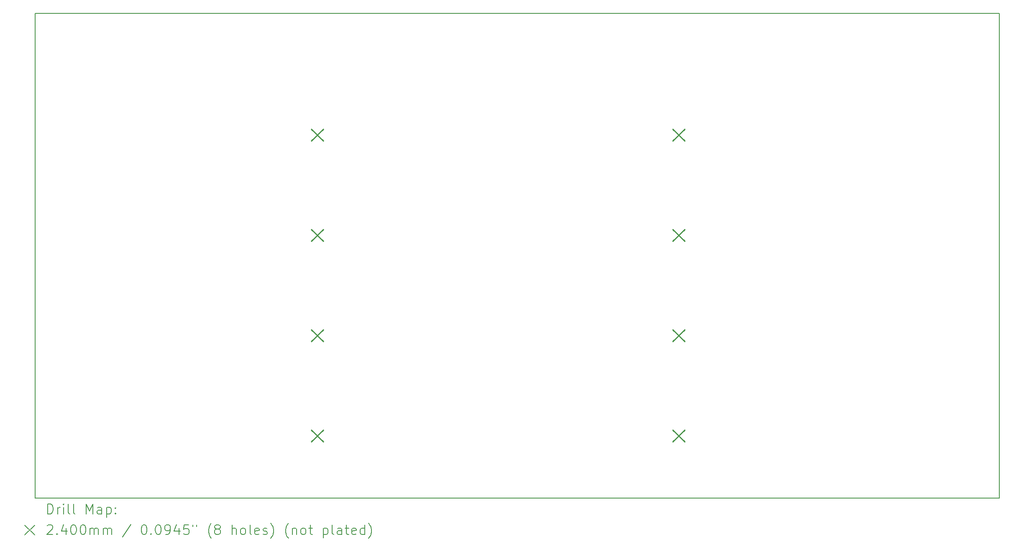
<source format=gbr>
%TF.GenerationSoftware,KiCad,Pcbnew,7.0.10+dfsg-1*%
%TF.CreationDate,2024-02-25T05:42:05-05:00*%
%TF.ProjectId,BB816-MATX-minimal,42423831-362d-44d4-9154-582d6d696e69,rev?*%
%TF.SameCoordinates,Original*%
%TF.FileFunction,Drillmap*%
%TF.FilePolarity,Positive*%
%FSLAX45Y45*%
G04 Gerber Fmt 4.5, Leading zero omitted, Abs format (unit mm)*
G04 Created by KiCad (PCBNEW 7.0.10+dfsg-1) date 2024-02-25 05:42:05*
%MOMM*%
%LPD*%
G01*
G04 APERTURE LIST*
%ADD10C,0.150000*%
%ADD11C,0.200000*%
%ADD12C,0.240000*%
G04 APERTURE END LIST*
D10*
X3810000Y-25871000D02*
X3810000Y-16049000D01*
X3810000Y-16049000D02*
X23326000Y-16049000D01*
X23326000Y-25871000D02*
X23326000Y-16049000D01*
X3810000Y-25871000D02*
X23326000Y-25871000D01*
D11*
D12*
X9399920Y-18391520D02*
X9639920Y-18631520D01*
X9639920Y-18391520D02*
X9399920Y-18631520D01*
X9399920Y-20423520D02*
X9639920Y-20663520D01*
X9639920Y-20423520D02*
X9399920Y-20663520D01*
X9399920Y-22455520D02*
X9639920Y-22695520D01*
X9639920Y-22455520D02*
X9399920Y-22695520D01*
X9399920Y-24487520D02*
X9639920Y-24727520D01*
X9639920Y-24487520D02*
X9399920Y-24727520D01*
X16714920Y-18391520D02*
X16954920Y-18631520D01*
X16954920Y-18391520D02*
X16714920Y-18631520D01*
X16714920Y-20423520D02*
X16954920Y-20663520D01*
X16954920Y-20423520D02*
X16714920Y-20663520D01*
X16714920Y-22455520D02*
X16954920Y-22695520D01*
X16954920Y-22455520D02*
X16714920Y-22695520D01*
X16714920Y-24487520D02*
X16954920Y-24727520D01*
X16954920Y-24487520D02*
X16714920Y-24727520D01*
D11*
X4063277Y-26189984D02*
X4063277Y-25989984D01*
X4063277Y-25989984D02*
X4110896Y-25989984D01*
X4110896Y-25989984D02*
X4139467Y-25999508D01*
X4139467Y-25999508D02*
X4158515Y-26018555D01*
X4158515Y-26018555D02*
X4168039Y-26037603D01*
X4168039Y-26037603D02*
X4177562Y-26075698D01*
X4177562Y-26075698D02*
X4177562Y-26104269D01*
X4177562Y-26104269D02*
X4168039Y-26142365D01*
X4168039Y-26142365D02*
X4158515Y-26161412D01*
X4158515Y-26161412D02*
X4139467Y-26180460D01*
X4139467Y-26180460D02*
X4110896Y-26189984D01*
X4110896Y-26189984D02*
X4063277Y-26189984D01*
X4263277Y-26189984D02*
X4263277Y-26056650D01*
X4263277Y-26094746D02*
X4272801Y-26075698D01*
X4272801Y-26075698D02*
X4282324Y-26066174D01*
X4282324Y-26066174D02*
X4301372Y-26056650D01*
X4301372Y-26056650D02*
X4320420Y-26056650D01*
X4387086Y-26189984D02*
X4387086Y-26056650D01*
X4387086Y-25989984D02*
X4377563Y-25999508D01*
X4377563Y-25999508D02*
X4387086Y-26009031D01*
X4387086Y-26009031D02*
X4396610Y-25999508D01*
X4396610Y-25999508D02*
X4387086Y-25989984D01*
X4387086Y-25989984D02*
X4387086Y-26009031D01*
X4510896Y-26189984D02*
X4491848Y-26180460D01*
X4491848Y-26180460D02*
X4482324Y-26161412D01*
X4482324Y-26161412D02*
X4482324Y-25989984D01*
X4615658Y-26189984D02*
X4596610Y-26180460D01*
X4596610Y-26180460D02*
X4587086Y-26161412D01*
X4587086Y-26161412D02*
X4587086Y-25989984D01*
X4844229Y-26189984D02*
X4844229Y-25989984D01*
X4844229Y-25989984D02*
X4910896Y-26132841D01*
X4910896Y-26132841D02*
X4977563Y-25989984D01*
X4977563Y-25989984D02*
X4977563Y-26189984D01*
X5158515Y-26189984D02*
X5158515Y-26085222D01*
X5158515Y-26085222D02*
X5148991Y-26066174D01*
X5148991Y-26066174D02*
X5129944Y-26056650D01*
X5129944Y-26056650D02*
X5091848Y-26056650D01*
X5091848Y-26056650D02*
X5072801Y-26066174D01*
X5158515Y-26180460D02*
X5139467Y-26189984D01*
X5139467Y-26189984D02*
X5091848Y-26189984D01*
X5091848Y-26189984D02*
X5072801Y-26180460D01*
X5072801Y-26180460D02*
X5063277Y-26161412D01*
X5063277Y-26161412D02*
X5063277Y-26142365D01*
X5063277Y-26142365D02*
X5072801Y-26123317D01*
X5072801Y-26123317D02*
X5091848Y-26113793D01*
X5091848Y-26113793D02*
X5139467Y-26113793D01*
X5139467Y-26113793D02*
X5158515Y-26104269D01*
X5253753Y-26056650D02*
X5253753Y-26256650D01*
X5253753Y-26066174D02*
X5272801Y-26056650D01*
X5272801Y-26056650D02*
X5310896Y-26056650D01*
X5310896Y-26056650D02*
X5329944Y-26066174D01*
X5329944Y-26066174D02*
X5339467Y-26075698D01*
X5339467Y-26075698D02*
X5348991Y-26094746D01*
X5348991Y-26094746D02*
X5348991Y-26151888D01*
X5348991Y-26151888D02*
X5339467Y-26170936D01*
X5339467Y-26170936D02*
X5329944Y-26180460D01*
X5329944Y-26180460D02*
X5310896Y-26189984D01*
X5310896Y-26189984D02*
X5272801Y-26189984D01*
X5272801Y-26189984D02*
X5253753Y-26180460D01*
X5434705Y-26170936D02*
X5444229Y-26180460D01*
X5444229Y-26180460D02*
X5434705Y-26189984D01*
X5434705Y-26189984D02*
X5425182Y-26180460D01*
X5425182Y-26180460D02*
X5434705Y-26170936D01*
X5434705Y-26170936D02*
X5434705Y-26189984D01*
X5434705Y-26066174D02*
X5444229Y-26075698D01*
X5444229Y-26075698D02*
X5434705Y-26085222D01*
X5434705Y-26085222D02*
X5425182Y-26075698D01*
X5425182Y-26075698D02*
X5434705Y-26066174D01*
X5434705Y-26066174D02*
X5434705Y-26085222D01*
X3602500Y-26418500D02*
X3802500Y-26618500D01*
X3802500Y-26418500D02*
X3602500Y-26618500D01*
X4053753Y-26429031D02*
X4063277Y-26419508D01*
X4063277Y-26419508D02*
X4082324Y-26409984D01*
X4082324Y-26409984D02*
X4129943Y-26409984D01*
X4129943Y-26409984D02*
X4148991Y-26419508D01*
X4148991Y-26419508D02*
X4158515Y-26429031D01*
X4158515Y-26429031D02*
X4168039Y-26448079D01*
X4168039Y-26448079D02*
X4168039Y-26467127D01*
X4168039Y-26467127D02*
X4158515Y-26495698D01*
X4158515Y-26495698D02*
X4044229Y-26609984D01*
X4044229Y-26609984D02*
X4168039Y-26609984D01*
X4253753Y-26590936D02*
X4263277Y-26600460D01*
X4263277Y-26600460D02*
X4253753Y-26609984D01*
X4253753Y-26609984D02*
X4244229Y-26600460D01*
X4244229Y-26600460D02*
X4253753Y-26590936D01*
X4253753Y-26590936D02*
X4253753Y-26609984D01*
X4434705Y-26476650D02*
X4434705Y-26609984D01*
X4387086Y-26400460D02*
X4339467Y-26543317D01*
X4339467Y-26543317D02*
X4463277Y-26543317D01*
X4577563Y-26409984D02*
X4596610Y-26409984D01*
X4596610Y-26409984D02*
X4615658Y-26419508D01*
X4615658Y-26419508D02*
X4625182Y-26429031D01*
X4625182Y-26429031D02*
X4634705Y-26448079D01*
X4634705Y-26448079D02*
X4644229Y-26486174D01*
X4644229Y-26486174D02*
X4644229Y-26533793D01*
X4644229Y-26533793D02*
X4634705Y-26571888D01*
X4634705Y-26571888D02*
X4625182Y-26590936D01*
X4625182Y-26590936D02*
X4615658Y-26600460D01*
X4615658Y-26600460D02*
X4596610Y-26609984D01*
X4596610Y-26609984D02*
X4577563Y-26609984D01*
X4577563Y-26609984D02*
X4558515Y-26600460D01*
X4558515Y-26600460D02*
X4548991Y-26590936D01*
X4548991Y-26590936D02*
X4539467Y-26571888D01*
X4539467Y-26571888D02*
X4529944Y-26533793D01*
X4529944Y-26533793D02*
X4529944Y-26486174D01*
X4529944Y-26486174D02*
X4539467Y-26448079D01*
X4539467Y-26448079D02*
X4548991Y-26429031D01*
X4548991Y-26429031D02*
X4558515Y-26419508D01*
X4558515Y-26419508D02*
X4577563Y-26409984D01*
X4768039Y-26409984D02*
X4787086Y-26409984D01*
X4787086Y-26409984D02*
X4806134Y-26419508D01*
X4806134Y-26419508D02*
X4815658Y-26429031D01*
X4815658Y-26429031D02*
X4825182Y-26448079D01*
X4825182Y-26448079D02*
X4834705Y-26486174D01*
X4834705Y-26486174D02*
X4834705Y-26533793D01*
X4834705Y-26533793D02*
X4825182Y-26571888D01*
X4825182Y-26571888D02*
X4815658Y-26590936D01*
X4815658Y-26590936D02*
X4806134Y-26600460D01*
X4806134Y-26600460D02*
X4787086Y-26609984D01*
X4787086Y-26609984D02*
X4768039Y-26609984D01*
X4768039Y-26609984D02*
X4748991Y-26600460D01*
X4748991Y-26600460D02*
X4739467Y-26590936D01*
X4739467Y-26590936D02*
X4729944Y-26571888D01*
X4729944Y-26571888D02*
X4720420Y-26533793D01*
X4720420Y-26533793D02*
X4720420Y-26486174D01*
X4720420Y-26486174D02*
X4729944Y-26448079D01*
X4729944Y-26448079D02*
X4739467Y-26429031D01*
X4739467Y-26429031D02*
X4748991Y-26419508D01*
X4748991Y-26419508D02*
X4768039Y-26409984D01*
X4920420Y-26609984D02*
X4920420Y-26476650D01*
X4920420Y-26495698D02*
X4929944Y-26486174D01*
X4929944Y-26486174D02*
X4948991Y-26476650D01*
X4948991Y-26476650D02*
X4977563Y-26476650D01*
X4977563Y-26476650D02*
X4996610Y-26486174D01*
X4996610Y-26486174D02*
X5006134Y-26505222D01*
X5006134Y-26505222D02*
X5006134Y-26609984D01*
X5006134Y-26505222D02*
X5015658Y-26486174D01*
X5015658Y-26486174D02*
X5034705Y-26476650D01*
X5034705Y-26476650D02*
X5063277Y-26476650D01*
X5063277Y-26476650D02*
X5082325Y-26486174D01*
X5082325Y-26486174D02*
X5091848Y-26505222D01*
X5091848Y-26505222D02*
X5091848Y-26609984D01*
X5187086Y-26609984D02*
X5187086Y-26476650D01*
X5187086Y-26495698D02*
X5196610Y-26486174D01*
X5196610Y-26486174D02*
X5215658Y-26476650D01*
X5215658Y-26476650D02*
X5244229Y-26476650D01*
X5244229Y-26476650D02*
X5263277Y-26486174D01*
X5263277Y-26486174D02*
X5272801Y-26505222D01*
X5272801Y-26505222D02*
X5272801Y-26609984D01*
X5272801Y-26505222D02*
X5282325Y-26486174D01*
X5282325Y-26486174D02*
X5301372Y-26476650D01*
X5301372Y-26476650D02*
X5329944Y-26476650D01*
X5329944Y-26476650D02*
X5348991Y-26486174D01*
X5348991Y-26486174D02*
X5358515Y-26505222D01*
X5358515Y-26505222D02*
X5358515Y-26609984D01*
X5748991Y-26400460D02*
X5577563Y-26657603D01*
X6006134Y-26409984D02*
X6025182Y-26409984D01*
X6025182Y-26409984D02*
X6044229Y-26419508D01*
X6044229Y-26419508D02*
X6053753Y-26429031D01*
X6053753Y-26429031D02*
X6063277Y-26448079D01*
X6063277Y-26448079D02*
X6072801Y-26486174D01*
X6072801Y-26486174D02*
X6072801Y-26533793D01*
X6072801Y-26533793D02*
X6063277Y-26571888D01*
X6063277Y-26571888D02*
X6053753Y-26590936D01*
X6053753Y-26590936D02*
X6044229Y-26600460D01*
X6044229Y-26600460D02*
X6025182Y-26609984D01*
X6025182Y-26609984D02*
X6006134Y-26609984D01*
X6006134Y-26609984D02*
X5987086Y-26600460D01*
X5987086Y-26600460D02*
X5977563Y-26590936D01*
X5977563Y-26590936D02*
X5968039Y-26571888D01*
X5968039Y-26571888D02*
X5958515Y-26533793D01*
X5958515Y-26533793D02*
X5958515Y-26486174D01*
X5958515Y-26486174D02*
X5968039Y-26448079D01*
X5968039Y-26448079D02*
X5977563Y-26429031D01*
X5977563Y-26429031D02*
X5987086Y-26419508D01*
X5987086Y-26419508D02*
X6006134Y-26409984D01*
X6158515Y-26590936D02*
X6168039Y-26600460D01*
X6168039Y-26600460D02*
X6158515Y-26609984D01*
X6158515Y-26609984D02*
X6148991Y-26600460D01*
X6148991Y-26600460D02*
X6158515Y-26590936D01*
X6158515Y-26590936D02*
X6158515Y-26609984D01*
X6291848Y-26409984D02*
X6310896Y-26409984D01*
X6310896Y-26409984D02*
X6329944Y-26419508D01*
X6329944Y-26419508D02*
X6339467Y-26429031D01*
X6339467Y-26429031D02*
X6348991Y-26448079D01*
X6348991Y-26448079D02*
X6358515Y-26486174D01*
X6358515Y-26486174D02*
X6358515Y-26533793D01*
X6358515Y-26533793D02*
X6348991Y-26571888D01*
X6348991Y-26571888D02*
X6339467Y-26590936D01*
X6339467Y-26590936D02*
X6329944Y-26600460D01*
X6329944Y-26600460D02*
X6310896Y-26609984D01*
X6310896Y-26609984D02*
X6291848Y-26609984D01*
X6291848Y-26609984D02*
X6272801Y-26600460D01*
X6272801Y-26600460D02*
X6263277Y-26590936D01*
X6263277Y-26590936D02*
X6253753Y-26571888D01*
X6253753Y-26571888D02*
X6244229Y-26533793D01*
X6244229Y-26533793D02*
X6244229Y-26486174D01*
X6244229Y-26486174D02*
X6253753Y-26448079D01*
X6253753Y-26448079D02*
X6263277Y-26429031D01*
X6263277Y-26429031D02*
X6272801Y-26419508D01*
X6272801Y-26419508D02*
X6291848Y-26409984D01*
X6453753Y-26609984D02*
X6491848Y-26609984D01*
X6491848Y-26609984D02*
X6510896Y-26600460D01*
X6510896Y-26600460D02*
X6520420Y-26590936D01*
X6520420Y-26590936D02*
X6539467Y-26562365D01*
X6539467Y-26562365D02*
X6548991Y-26524269D01*
X6548991Y-26524269D02*
X6548991Y-26448079D01*
X6548991Y-26448079D02*
X6539467Y-26429031D01*
X6539467Y-26429031D02*
X6529944Y-26419508D01*
X6529944Y-26419508D02*
X6510896Y-26409984D01*
X6510896Y-26409984D02*
X6472801Y-26409984D01*
X6472801Y-26409984D02*
X6453753Y-26419508D01*
X6453753Y-26419508D02*
X6444229Y-26429031D01*
X6444229Y-26429031D02*
X6434706Y-26448079D01*
X6434706Y-26448079D02*
X6434706Y-26495698D01*
X6434706Y-26495698D02*
X6444229Y-26514746D01*
X6444229Y-26514746D02*
X6453753Y-26524269D01*
X6453753Y-26524269D02*
X6472801Y-26533793D01*
X6472801Y-26533793D02*
X6510896Y-26533793D01*
X6510896Y-26533793D02*
X6529944Y-26524269D01*
X6529944Y-26524269D02*
X6539467Y-26514746D01*
X6539467Y-26514746D02*
X6548991Y-26495698D01*
X6720420Y-26476650D02*
X6720420Y-26609984D01*
X6672801Y-26400460D02*
X6625182Y-26543317D01*
X6625182Y-26543317D02*
X6748991Y-26543317D01*
X6920420Y-26409984D02*
X6825182Y-26409984D01*
X6825182Y-26409984D02*
X6815658Y-26505222D01*
X6815658Y-26505222D02*
X6825182Y-26495698D01*
X6825182Y-26495698D02*
X6844229Y-26486174D01*
X6844229Y-26486174D02*
X6891848Y-26486174D01*
X6891848Y-26486174D02*
X6910896Y-26495698D01*
X6910896Y-26495698D02*
X6920420Y-26505222D01*
X6920420Y-26505222D02*
X6929944Y-26524269D01*
X6929944Y-26524269D02*
X6929944Y-26571888D01*
X6929944Y-26571888D02*
X6920420Y-26590936D01*
X6920420Y-26590936D02*
X6910896Y-26600460D01*
X6910896Y-26600460D02*
X6891848Y-26609984D01*
X6891848Y-26609984D02*
X6844229Y-26609984D01*
X6844229Y-26609984D02*
X6825182Y-26600460D01*
X6825182Y-26600460D02*
X6815658Y-26590936D01*
X7006134Y-26409984D02*
X7006134Y-26448079D01*
X7082325Y-26409984D02*
X7082325Y-26448079D01*
X7377563Y-26686174D02*
X7368039Y-26676650D01*
X7368039Y-26676650D02*
X7348991Y-26648079D01*
X7348991Y-26648079D02*
X7339468Y-26629031D01*
X7339468Y-26629031D02*
X7329944Y-26600460D01*
X7329944Y-26600460D02*
X7320420Y-26552841D01*
X7320420Y-26552841D02*
X7320420Y-26514746D01*
X7320420Y-26514746D02*
X7329944Y-26467127D01*
X7329944Y-26467127D02*
X7339468Y-26438555D01*
X7339468Y-26438555D02*
X7348991Y-26419508D01*
X7348991Y-26419508D02*
X7368039Y-26390936D01*
X7368039Y-26390936D02*
X7377563Y-26381412D01*
X7482325Y-26495698D02*
X7463277Y-26486174D01*
X7463277Y-26486174D02*
X7453753Y-26476650D01*
X7453753Y-26476650D02*
X7444229Y-26457603D01*
X7444229Y-26457603D02*
X7444229Y-26448079D01*
X7444229Y-26448079D02*
X7453753Y-26429031D01*
X7453753Y-26429031D02*
X7463277Y-26419508D01*
X7463277Y-26419508D02*
X7482325Y-26409984D01*
X7482325Y-26409984D02*
X7520420Y-26409984D01*
X7520420Y-26409984D02*
X7539468Y-26419508D01*
X7539468Y-26419508D02*
X7548991Y-26429031D01*
X7548991Y-26429031D02*
X7558515Y-26448079D01*
X7558515Y-26448079D02*
X7558515Y-26457603D01*
X7558515Y-26457603D02*
X7548991Y-26476650D01*
X7548991Y-26476650D02*
X7539468Y-26486174D01*
X7539468Y-26486174D02*
X7520420Y-26495698D01*
X7520420Y-26495698D02*
X7482325Y-26495698D01*
X7482325Y-26495698D02*
X7463277Y-26505222D01*
X7463277Y-26505222D02*
X7453753Y-26514746D01*
X7453753Y-26514746D02*
X7444229Y-26533793D01*
X7444229Y-26533793D02*
X7444229Y-26571888D01*
X7444229Y-26571888D02*
X7453753Y-26590936D01*
X7453753Y-26590936D02*
X7463277Y-26600460D01*
X7463277Y-26600460D02*
X7482325Y-26609984D01*
X7482325Y-26609984D02*
X7520420Y-26609984D01*
X7520420Y-26609984D02*
X7539468Y-26600460D01*
X7539468Y-26600460D02*
X7548991Y-26590936D01*
X7548991Y-26590936D02*
X7558515Y-26571888D01*
X7558515Y-26571888D02*
X7558515Y-26533793D01*
X7558515Y-26533793D02*
X7548991Y-26514746D01*
X7548991Y-26514746D02*
X7539468Y-26505222D01*
X7539468Y-26505222D02*
X7520420Y-26495698D01*
X7796610Y-26609984D02*
X7796610Y-26409984D01*
X7882325Y-26609984D02*
X7882325Y-26505222D01*
X7882325Y-26505222D02*
X7872801Y-26486174D01*
X7872801Y-26486174D02*
X7853753Y-26476650D01*
X7853753Y-26476650D02*
X7825182Y-26476650D01*
X7825182Y-26476650D02*
X7806134Y-26486174D01*
X7806134Y-26486174D02*
X7796610Y-26495698D01*
X8006134Y-26609984D02*
X7987087Y-26600460D01*
X7987087Y-26600460D02*
X7977563Y-26590936D01*
X7977563Y-26590936D02*
X7968039Y-26571888D01*
X7968039Y-26571888D02*
X7968039Y-26514746D01*
X7968039Y-26514746D02*
X7977563Y-26495698D01*
X7977563Y-26495698D02*
X7987087Y-26486174D01*
X7987087Y-26486174D02*
X8006134Y-26476650D01*
X8006134Y-26476650D02*
X8034706Y-26476650D01*
X8034706Y-26476650D02*
X8053753Y-26486174D01*
X8053753Y-26486174D02*
X8063277Y-26495698D01*
X8063277Y-26495698D02*
X8072801Y-26514746D01*
X8072801Y-26514746D02*
X8072801Y-26571888D01*
X8072801Y-26571888D02*
X8063277Y-26590936D01*
X8063277Y-26590936D02*
X8053753Y-26600460D01*
X8053753Y-26600460D02*
X8034706Y-26609984D01*
X8034706Y-26609984D02*
X8006134Y-26609984D01*
X8187087Y-26609984D02*
X8168039Y-26600460D01*
X8168039Y-26600460D02*
X8158515Y-26581412D01*
X8158515Y-26581412D02*
X8158515Y-26409984D01*
X8339468Y-26600460D02*
X8320420Y-26609984D01*
X8320420Y-26609984D02*
X8282325Y-26609984D01*
X8282325Y-26609984D02*
X8263277Y-26600460D01*
X8263277Y-26600460D02*
X8253753Y-26581412D01*
X8253753Y-26581412D02*
X8253753Y-26505222D01*
X8253753Y-26505222D02*
X8263277Y-26486174D01*
X8263277Y-26486174D02*
X8282325Y-26476650D01*
X8282325Y-26476650D02*
X8320420Y-26476650D01*
X8320420Y-26476650D02*
X8339468Y-26486174D01*
X8339468Y-26486174D02*
X8348991Y-26505222D01*
X8348991Y-26505222D02*
X8348991Y-26524269D01*
X8348991Y-26524269D02*
X8253753Y-26543317D01*
X8425182Y-26600460D02*
X8444230Y-26609984D01*
X8444230Y-26609984D02*
X8482325Y-26609984D01*
X8482325Y-26609984D02*
X8501373Y-26600460D01*
X8501373Y-26600460D02*
X8510896Y-26581412D01*
X8510896Y-26581412D02*
X8510896Y-26571888D01*
X8510896Y-26571888D02*
X8501373Y-26552841D01*
X8501373Y-26552841D02*
X8482325Y-26543317D01*
X8482325Y-26543317D02*
X8453753Y-26543317D01*
X8453753Y-26543317D02*
X8434706Y-26533793D01*
X8434706Y-26533793D02*
X8425182Y-26514746D01*
X8425182Y-26514746D02*
X8425182Y-26505222D01*
X8425182Y-26505222D02*
X8434706Y-26486174D01*
X8434706Y-26486174D02*
X8453753Y-26476650D01*
X8453753Y-26476650D02*
X8482325Y-26476650D01*
X8482325Y-26476650D02*
X8501373Y-26486174D01*
X8577563Y-26686174D02*
X8587087Y-26676650D01*
X8587087Y-26676650D02*
X8606134Y-26648079D01*
X8606134Y-26648079D02*
X8615658Y-26629031D01*
X8615658Y-26629031D02*
X8625182Y-26600460D01*
X8625182Y-26600460D02*
X8634706Y-26552841D01*
X8634706Y-26552841D02*
X8634706Y-26514746D01*
X8634706Y-26514746D02*
X8625182Y-26467127D01*
X8625182Y-26467127D02*
X8615658Y-26438555D01*
X8615658Y-26438555D02*
X8606134Y-26419508D01*
X8606134Y-26419508D02*
X8587087Y-26390936D01*
X8587087Y-26390936D02*
X8577563Y-26381412D01*
X8939468Y-26686174D02*
X8929944Y-26676650D01*
X8929944Y-26676650D02*
X8910896Y-26648079D01*
X8910896Y-26648079D02*
X8901373Y-26629031D01*
X8901373Y-26629031D02*
X8891849Y-26600460D01*
X8891849Y-26600460D02*
X8882325Y-26552841D01*
X8882325Y-26552841D02*
X8882325Y-26514746D01*
X8882325Y-26514746D02*
X8891849Y-26467127D01*
X8891849Y-26467127D02*
X8901373Y-26438555D01*
X8901373Y-26438555D02*
X8910896Y-26419508D01*
X8910896Y-26419508D02*
X8929944Y-26390936D01*
X8929944Y-26390936D02*
X8939468Y-26381412D01*
X9015658Y-26476650D02*
X9015658Y-26609984D01*
X9015658Y-26495698D02*
X9025182Y-26486174D01*
X9025182Y-26486174D02*
X9044230Y-26476650D01*
X9044230Y-26476650D02*
X9072801Y-26476650D01*
X9072801Y-26476650D02*
X9091849Y-26486174D01*
X9091849Y-26486174D02*
X9101373Y-26505222D01*
X9101373Y-26505222D02*
X9101373Y-26609984D01*
X9225182Y-26609984D02*
X9206134Y-26600460D01*
X9206134Y-26600460D02*
X9196611Y-26590936D01*
X9196611Y-26590936D02*
X9187087Y-26571888D01*
X9187087Y-26571888D02*
X9187087Y-26514746D01*
X9187087Y-26514746D02*
X9196611Y-26495698D01*
X9196611Y-26495698D02*
X9206134Y-26486174D01*
X9206134Y-26486174D02*
X9225182Y-26476650D01*
X9225182Y-26476650D02*
X9253754Y-26476650D01*
X9253754Y-26476650D02*
X9272801Y-26486174D01*
X9272801Y-26486174D02*
X9282325Y-26495698D01*
X9282325Y-26495698D02*
X9291849Y-26514746D01*
X9291849Y-26514746D02*
X9291849Y-26571888D01*
X9291849Y-26571888D02*
X9282325Y-26590936D01*
X9282325Y-26590936D02*
X9272801Y-26600460D01*
X9272801Y-26600460D02*
X9253754Y-26609984D01*
X9253754Y-26609984D02*
X9225182Y-26609984D01*
X9348992Y-26476650D02*
X9425182Y-26476650D01*
X9377563Y-26409984D02*
X9377563Y-26581412D01*
X9377563Y-26581412D02*
X9387087Y-26600460D01*
X9387087Y-26600460D02*
X9406134Y-26609984D01*
X9406134Y-26609984D02*
X9425182Y-26609984D01*
X9644230Y-26476650D02*
X9644230Y-26676650D01*
X9644230Y-26486174D02*
X9663277Y-26476650D01*
X9663277Y-26476650D02*
X9701373Y-26476650D01*
X9701373Y-26476650D02*
X9720420Y-26486174D01*
X9720420Y-26486174D02*
X9729944Y-26495698D01*
X9729944Y-26495698D02*
X9739468Y-26514746D01*
X9739468Y-26514746D02*
X9739468Y-26571888D01*
X9739468Y-26571888D02*
X9729944Y-26590936D01*
X9729944Y-26590936D02*
X9720420Y-26600460D01*
X9720420Y-26600460D02*
X9701373Y-26609984D01*
X9701373Y-26609984D02*
X9663277Y-26609984D01*
X9663277Y-26609984D02*
X9644230Y-26600460D01*
X9853754Y-26609984D02*
X9834706Y-26600460D01*
X9834706Y-26600460D02*
X9825182Y-26581412D01*
X9825182Y-26581412D02*
X9825182Y-26409984D01*
X10015658Y-26609984D02*
X10015658Y-26505222D01*
X10015658Y-26505222D02*
X10006135Y-26486174D01*
X10006135Y-26486174D02*
X9987087Y-26476650D01*
X9987087Y-26476650D02*
X9948992Y-26476650D01*
X9948992Y-26476650D02*
X9929944Y-26486174D01*
X10015658Y-26600460D02*
X9996611Y-26609984D01*
X9996611Y-26609984D02*
X9948992Y-26609984D01*
X9948992Y-26609984D02*
X9929944Y-26600460D01*
X9929944Y-26600460D02*
X9920420Y-26581412D01*
X9920420Y-26581412D02*
X9920420Y-26562365D01*
X9920420Y-26562365D02*
X9929944Y-26543317D01*
X9929944Y-26543317D02*
X9948992Y-26533793D01*
X9948992Y-26533793D02*
X9996611Y-26533793D01*
X9996611Y-26533793D02*
X10015658Y-26524269D01*
X10082325Y-26476650D02*
X10158515Y-26476650D01*
X10110896Y-26409984D02*
X10110896Y-26581412D01*
X10110896Y-26581412D02*
X10120420Y-26600460D01*
X10120420Y-26600460D02*
X10139468Y-26609984D01*
X10139468Y-26609984D02*
X10158515Y-26609984D01*
X10301373Y-26600460D02*
X10282325Y-26609984D01*
X10282325Y-26609984D02*
X10244230Y-26609984D01*
X10244230Y-26609984D02*
X10225182Y-26600460D01*
X10225182Y-26600460D02*
X10215658Y-26581412D01*
X10215658Y-26581412D02*
X10215658Y-26505222D01*
X10215658Y-26505222D02*
X10225182Y-26486174D01*
X10225182Y-26486174D02*
X10244230Y-26476650D01*
X10244230Y-26476650D02*
X10282325Y-26476650D01*
X10282325Y-26476650D02*
X10301373Y-26486174D01*
X10301373Y-26486174D02*
X10310896Y-26505222D01*
X10310896Y-26505222D02*
X10310896Y-26524269D01*
X10310896Y-26524269D02*
X10215658Y-26543317D01*
X10482325Y-26609984D02*
X10482325Y-26409984D01*
X10482325Y-26600460D02*
X10463277Y-26609984D01*
X10463277Y-26609984D02*
X10425182Y-26609984D01*
X10425182Y-26609984D02*
X10406135Y-26600460D01*
X10406135Y-26600460D02*
X10396611Y-26590936D01*
X10396611Y-26590936D02*
X10387087Y-26571888D01*
X10387087Y-26571888D02*
X10387087Y-26514746D01*
X10387087Y-26514746D02*
X10396611Y-26495698D01*
X10396611Y-26495698D02*
X10406135Y-26486174D01*
X10406135Y-26486174D02*
X10425182Y-26476650D01*
X10425182Y-26476650D02*
X10463277Y-26476650D01*
X10463277Y-26476650D02*
X10482325Y-26486174D01*
X10558516Y-26686174D02*
X10568039Y-26676650D01*
X10568039Y-26676650D02*
X10587087Y-26648079D01*
X10587087Y-26648079D02*
X10596611Y-26629031D01*
X10596611Y-26629031D02*
X10606135Y-26600460D01*
X10606135Y-26600460D02*
X10615658Y-26552841D01*
X10615658Y-26552841D02*
X10615658Y-26514746D01*
X10615658Y-26514746D02*
X10606135Y-26467127D01*
X10606135Y-26467127D02*
X10596611Y-26438555D01*
X10596611Y-26438555D02*
X10587087Y-26419508D01*
X10587087Y-26419508D02*
X10568039Y-26390936D01*
X10568039Y-26390936D02*
X10558516Y-26381412D01*
M02*

</source>
